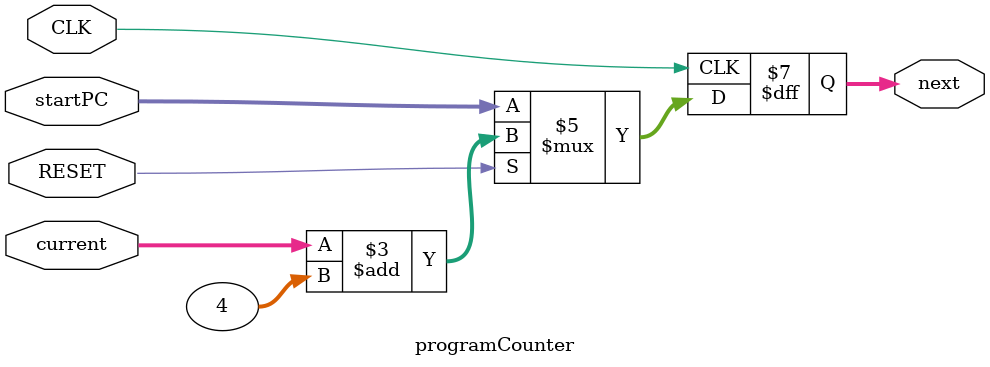
<source format=v>


module programCounter(next, current, RESET, startPC ,CLK);
output [31:0] next;
input [31:0] current, startPC;
input RESET;
input CLK;

reg [31:0] next;

always @(negedge CLK)
begin
 if (RESET==0)
    next <= startPC;
 else
    next <= current+32'd4;
end
endmodule

</source>
